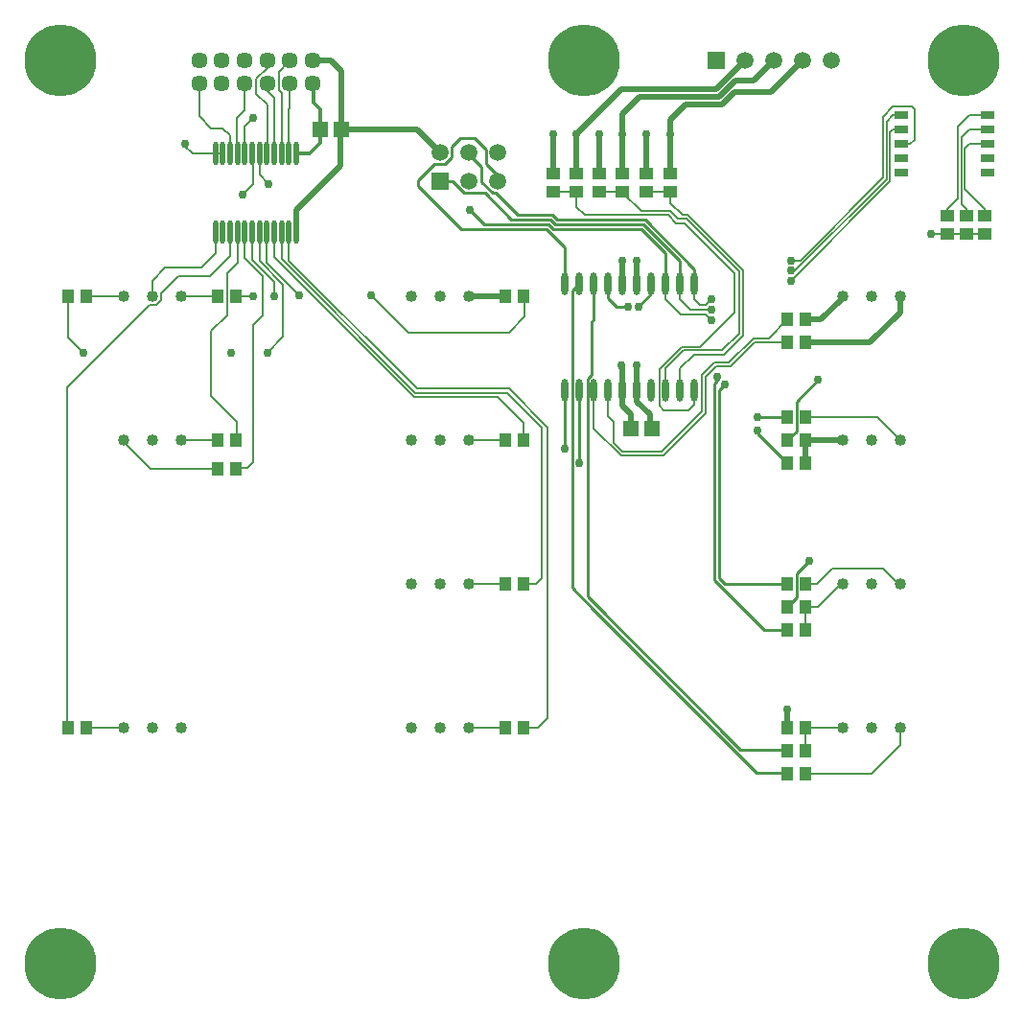
<source format=gtl>
%FSLAX25Y25*%
%MOIN*%
G70*
G01*
G75*
G04 Layer_Physical_Order=1*
G04 Layer_Color=255*
%ADD10R,0.05118X0.03937*%
%ADD11R,0.03937X0.05118*%
%ADD12R,0.05512X0.05512*%
%ADD13R,0.05000X0.02992*%
%ADD14O,0.02362X0.07874*%
%ADD15O,0.01772X0.08268*%
%ADD16C,0.00800*%
%ADD17C,0.01000*%
%ADD18C,0.02000*%
%ADD19C,0.00600*%
%ADD20C,0.02500*%
%ADD21C,0.01200*%
%ADD22C,0.25000*%
%ADD23C,0.05906*%
%ADD24R,0.05906X0.05906*%
%ADD25C,0.05700*%
%ADD26C,0.04000*%
%ADD27C,0.03000*%
D10*
X413500Y592650D02*
D03*
Y586350D02*
D03*
X405500Y586350D02*
D03*
Y592650D02*
D03*
X389500Y586350D02*
D03*
Y592650D02*
D03*
X397500Y592650D02*
D03*
Y586350D02*
D03*
X430000Y592650D02*
D03*
Y586350D02*
D03*
X421833Y586350D02*
D03*
Y592650D02*
D03*
X526500Y578150D02*
D03*
Y571850D02*
D03*
X533000Y578150D02*
D03*
Y571850D02*
D03*
X539500Y578150D02*
D03*
Y571850D02*
D03*
D11*
X220850Y550000D02*
D03*
X227150D02*
D03*
X279150D02*
D03*
X272850D02*
D03*
X279150Y490000D02*
D03*
X272850D02*
D03*
X279150Y500000D02*
D03*
X272850D02*
D03*
X379150Y400000D02*
D03*
X372850D02*
D03*
X379150Y450000D02*
D03*
X372850D02*
D03*
X470850Y500000D02*
D03*
X477150D02*
D03*
X379150D02*
D03*
X372850D02*
D03*
X379150Y550000D02*
D03*
X372850D02*
D03*
X220850Y400000D02*
D03*
X227150D02*
D03*
X470850D02*
D03*
X477150D02*
D03*
Y392000D02*
D03*
X470850D02*
D03*
X477150Y508000D02*
D03*
X470850D02*
D03*
X477150Y492000D02*
D03*
X470850D02*
D03*
X477150Y534000D02*
D03*
X470850D02*
D03*
X477150Y542000D02*
D03*
X470850D02*
D03*
X477150Y434000D02*
D03*
X470850D02*
D03*
X477150Y450000D02*
D03*
X470850D02*
D03*
Y442000D02*
D03*
X477150D02*
D03*
Y384000D02*
D03*
X470850D02*
D03*
D12*
X308457Y608000D02*
D03*
X315543D02*
D03*
X416457Y504000D02*
D03*
X423543D02*
D03*
D13*
X510500Y613000D02*
D03*
Y608000D02*
D03*
Y603000D02*
D03*
Y598000D02*
D03*
Y593000D02*
D03*
X540500D02*
D03*
Y598000D02*
D03*
Y603000D02*
D03*
Y608000D02*
D03*
Y613000D02*
D03*
D14*
X423500Y554504D02*
D03*
X418500D02*
D03*
X413500D02*
D03*
X408500D02*
D03*
X403500D02*
D03*
X398500D02*
D03*
X393500D02*
D03*
X438500Y517496D02*
D03*
X433500D02*
D03*
X428500D02*
D03*
X423500D02*
D03*
X418500D02*
D03*
X413500D02*
D03*
X408500D02*
D03*
X403500D02*
D03*
X398500D02*
D03*
X393500D02*
D03*
X438500Y554504D02*
D03*
X433500D02*
D03*
X428500D02*
D03*
D15*
X271925Y572417D02*
D03*
X274484D02*
D03*
X277043D02*
D03*
X279602D02*
D03*
X282161D02*
D03*
X284720D02*
D03*
X287280D02*
D03*
X289839D02*
D03*
X292398D02*
D03*
X294957D02*
D03*
X297516D02*
D03*
X300075D02*
D03*
X271925Y599583D02*
D03*
X274484D02*
D03*
X277043D02*
D03*
X279602D02*
D03*
X282161D02*
D03*
X284720D02*
D03*
X287280D02*
D03*
X289839D02*
D03*
X292398D02*
D03*
X294957D02*
D03*
X297516D02*
D03*
X300075D02*
D03*
D16*
X360000Y400000D02*
X372850D01*
X360000Y450000D02*
X372850D01*
X360000Y500000D02*
X372850D01*
X379150Y400000D02*
X384000D01*
X379000D02*
X379150D01*
X384000D02*
X387500Y403500D01*
Y504500D01*
X374000Y518000D02*
X387500Y504500D01*
X385500Y452000D02*
Y504500D01*
X373500Y516500D02*
X385500Y504500D01*
X379000Y500500D02*
Y506000D01*
X370000Y515000D02*
X379000Y506000D01*
X342000Y518000D02*
X374000D01*
X403500Y504020D02*
Y517496D01*
X341500Y516500D02*
X373500D01*
X341000Y515000D02*
X370000D01*
X294957Y563043D02*
X341500Y516500D01*
X292398Y563602D02*
X341000Y515000D01*
X297516Y562484D02*
X342000Y518000D01*
X297516Y562484D02*
Y572417D01*
X294957Y563043D02*
Y572417D01*
X292398Y563602D02*
Y572417D01*
X379500Y450000D02*
X383500D01*
X385500Y452000D01*
X339000Y537500D02*
X374000D01*
X326000Y550500D02*
X339000Y537500D01*
X427580Y494600D02*
X442500Y509520D01*
X412920Y494600D02*
X427580D01*
X403500Y504020D02*
X412920Y494600D01*
X408500Y508500D02*
Y517496D01*
Y508500D02*
X410500Y506500D01*
Y499000D02*
Y506500D01*
Y499000D02*
X413500Y496000D01*
X427000D01*
X441100Y510100D01*
X379500Y543000D02*
Y550000D01*
X374000Y537500D02*
X379500Y543000D01*
X289839Y561661D02*
X301000Y550500D01*
X282161Y563399D02*
Y572417D01*
X284720Y562820D02*
Y572417D01*
X287280Y562241D02*
Y572417D01*
Y562241D02*
X295500Y554020D01*
X284720Y562820D02*
X292500Y555040D01*
X282161Y563399D02*
X288500Y557060D01*
Y543500D02*
Y557060D01*
X292500Y550000D02*
Y555040D01*
X295500Y536000D02*
Y554020D01*
X289839Y561661D02*
Y572417D01*
X260200Y550000D02*
X272850D01*
X227150Y400000D02*
X240000D01*
X504000Y455500D02*
X509500Y450000D01*
X486500Y455500D02*
X504000D01*
X481000Y450000D02*
X486500Y455500D01*
X260000Y550000D02*
X260200D01*
X227150D02*
X240000D01*
X250000Y550500D02*
Y555500D01*
X254500Y560000D01*
X267000D01*
X271925Y564925D01*
X260000Y500000D02*
X272850D01*
X240000Y499500D02*
X240500D01*
X477150Y508000D02*
X502000D01*
X510000Y500000D01*
X477150Y450000D02*
X481000D01*
X481500Y442000D02*
X489500Y450000D01*
X477150Y442000D02*
X481500D01*
X477000Y434150D02*
Y442000D01*
X477150Y400000D02*
X490000D01*
X477150Y384000D02*
X500000D01*
X510000Y394000D01*
Y400000D01*
X433500Y517496D02*
Y525000D01*
X428500Y517496D02*
Y525000D01*
X405500Y586350D02*
Y586500D01*
X428350Y586350D02*
X429000Y587000D01*
X430000Y586350D02*
Y587000D01*
X405500Y586350D02*
X413850D01*
X397500D02*
Y586500D01*
X389500Y586350D02*
X397500D01*
X397650D01*
X397500Y581000D02*
Y586350D01*
X455300Y536340D02*
Y559160D01*
X448760Y529800D02*
X455300Y536340D01*
X438300Y529800D02*
X448760D01*
X433500Y525000D02*
X438300Y529800D01*
X428500Y525000D02*
X434700Y531200D01*
X446000Y525600D02*
X451100D01*
X442500Y522100D02*
X446000Y525600D01*
X441100Y522680D02*
X445420Y527000D01*
X459500Y534000D02*
X470850D01*
X451100Y525600D02*
X459500Y534000D01*
X442500Y509520D02*
Y522100D01*
X450520Y527000D02*
X458920Y535400D01*
X445420Y527000D02*
X450520D01*
X441100Y510100D02*
Y522680D01*
X436160Y578300D02*
X455300Y559160D01*
X397500Y581000D02*
X400300Y578200D01*
X477000Y434150D02*
X477150Y434000D01*
Y392000D02*
Y399150D01*
X477500Y399500D01*
X458920Y535400D02*
X464250D01*
X470850Y542000D01*
X430000Y582500D02*
Y586350D01*
X434200Y578300D02*
X436160D01*
X430000Y582500D02*
X434200Y578300D01*
X421833Y586350D02*
X428350D01*
X432121Y575500D02*
X435000D01*
X452500Y558000D01*
X432701Y576900D02*
X435580D01*
X453900Y558580D01*
Y536920D02*
Y558580D01*
X448180Y531200D02*
X453900Y536920D01*
X434700Y531200D02*
X448180D01*
X271925Y564925D02*
Y572417D01*
X259000Y557000D02*
X270087D01*
X240000Y499500D02*
X249500Y490000D01*
X272850D01*
X253000Y551000D02*
X259000Y557000D01*
X253000Y548757D02*
Y551000D01*
X251243Y547000D02*
X253000Y548757D01*
X220500Y398500D02*
Y405500D01*
X277043Y563957D02*
Y572417D01*
X270087Y557000D02*
X277043Y563957D01*
X279602Y561602D02*
Y572417D01*
X276000Y558000D02*
X279602Y561602D01*
X276000Y543500D02*
Y558000D01*
X270500Y538000D02*
X276000Y543500D01*
X270500Y515500D02*
Y538000D01*
Y515500D02*
X279500Y506500D01*
Y500000D02*
Y506500D01*
X283000Y490500D02*
X285000Y492500D01*
X279000Y490500D02*
X283000D01*
X285000Y492500D02*
Y540000D01*
X288500Y543500D01*
X279000Y550000D02*
Y550500D01*
Y550000D02*
X279150D01*
X285000D01*
X290000Y530500D02*
X295500Y536000D01*
X249000Y547000D02*
X251243D01*
X220500Y405500D02*
Y518500D01*
X249000Y547000D01*
X220850Y535650D02*
Y550000D01*
Y535650D02*
X226000Y530500D01*
X430001Y579600D02*
X432701Y576900D01*
X429421Y578200D02*
X432121Y575500D01*
X413500Y586000D02*
X419900Y579600D01*
X430001D01*
X400300Y578200D02*
X429421D01*
X444100Y536100D02*
X452500Y544500D01*
Y558000D01*
D17*
X393500Y497500D02*
Y517496D01*
X396000Y498177D02*
Y552004D01*
X398500Y492500D02*
Y517496D01*
X401219Y445756D02*
Y521197D01*
X402555Y522533D02*
Y541055D01*
X401219Y521197D02*
X402555Y522533D01*
X393000Y497000D02*
X393500Y497500D01*
X395900Y448600D02*
Y493077D01*
X445400Y451337D02*
X462737Y434000D01*
X445400Y451337D02*
Y519577D01*
X474081Y445231D02*
Y453581D01*
X447000Y452000D02*
Y517500D01*
Y452000D02*
X449000Y450000D01*
X474081Y453581D02*
X478500Y458000D01*
X403500Y441000D02*
X460000Y384500D01*
X401219Y445756D02*
X454474Y392500D01*
X259600Y550600D02*
X260200Y550000D01*
X474000Y513500D02*
X481500Y521000D01*
X474000Y503150D02*
Y513500D01*
X470850Y500000D02*
X474000Y503150D01*
X470850Y442000D02*
X474081Y445231D01*
X449000Y450000D02*
X470850D01*
X462737Y434000D02*
X470850D01*
X454474Y392500D02*
X471000D01*
X408500Y549500D02*
Y554000D01*
X414000Y546500D02*
X415500D01*
X423500Y550900D02*
Y554000D01*
X419100Y546500D02*
X423500Y550900D01*
X460500Y508000D02*
X470850D01*
X396100Y493277D02*
Y498077D01*
X403300Y441200D02*
X403500Y441000D01*
X395900Y448600D02*
X403500Y441000D01*
X395900Y493077D02*
X396100Y493277D01*
X396000Y552004D02*
X398500Y554504D01*
X460500Y502350D02*
Y503500D01*
X393000Y517000D02*
X393002Y516998D01*
X398000Y517000D02*
X398002Y516998D01*
X460000Y384500D02*
X470500D01*
X446454Y520631D02*
Y522046D01*
X445400Y519577D02*
X446454Y520631D01*
X447000Y517500D02*
X449000Y519500D01*
X396000Y498177D02*
X396100Y498077D01*
X402555Y541055D02*
X403500Y542000D01*
Y554500D01*
X387000Y573500D02*
X393500Y567000D01*
X357500Y573500D02*
X387000D01*
X393500Y554504D02*
Y567000D01*
X342500Y588500D02*
X357500Y573500D01*
X365947Y595947D02*
Y601053D01*
Y595947D02*
X370000Y591894D01*
Y589500D02*
Y590000D01*
Y591894D01*
X460500Y502350D02*
X470850Y492000D01*
X342500Y588500D02*
Y590500D01*
X348134Y596134D01*
X348321Y595947D01*
X351679D01*
X362000Y605000D02*
X365947Y601053D01*
X357000Y605000D02*
X362000D01*
X351679Y595947D02*
X354053Y598321D01*
Y601679D01*
X353866Y601866D02*
X354053Y601679D01*
X353866Y601866D02*
X357000Y605000D01*
X408500Y549500D02*
X411500Y546500D01*
X415500D01*
X365400Y575100D02*
X387663D01*
X360500Y580000D02*
X365400Y575100D01*
X389263Y573500D02*
X419975D01*
X387663Y575100D02*
X389263Y573500D01*
X428500Y554504D02*
Y564974D01*
X419975Y573500D02*
X428500Y564974D01*
X374800Y576700D02*
X388326D01*
X365553Y585947D02*
X374800Y576700D01*
X389926Y575100D02*
X420637D01*
X388326Y576700D02*
X389926Y575100D01*
X350000Y590000D02*
X354269D01*
X358321Y585947D02*
X365553D01*
X354269Y590000D02*
X358321Y585947D01*
X433500Y554504D02*
Y562237D01*
X420637Y575100D02*
X433500Y562237D01*
X377000Y578300D02*
X388988D01*
X369353Y585947D02*
X377000Y578300D01*
X390588Y576700D02*
X421300D01*
X388988Y578300D02*
X390588Y576700D01*
X364500Y589769D02*
Y595000D01*
X368321Y585947D02*
X369353D01*
X360000Y599500D02*
X364500Y595000D01*
Y589769D02*
X368321Y585947D01*
X438500Y554504D02*
Y559500D01*
X421300Y576700D02*
X438500Y559500D01*
D18*
X470850Y400000D02*
Y406350D01*
X418500Y554504D02*
Y562500D01*
X413500Y554504D02*
Y562500D01*
X416500Y504000D02*
Y509000D01*
X413500Y512000D02*
X416500Y509000D01*
X413500Y512000D02*
Y517496D01*
X423000Y504000D02*
Y509000D01*
X418500Y513500D02*
X423000Y509000D01*
X418500Y513500D02*
Y517496D01*
Y526000D01*
X413000D02*
X413500D01*
X397500Y592650D02*
Y606000D01*
X389500Y592650D02*
Y606000D01*
X405500Y592650D02*
Y606000D01*
X477150Y500000D02*
X489500D01*
X477150Y492000D02*
Y498350D01*
X510000Y544500D02*
Y549500D01*
X499500Y534000D02*
X510000Y544500D01*
X477150Y534000D02*
X499500D01*
X413500Y606500D02*
Y613500D01*
X465000Y621000D02*
X476000Y632000D01*
X459000Y625000D02*
X466000Y632000D01*
X452677Y625000D02*
X459000D01*
X452354Y621000D02*
X465000D01*
X397500Y606333D02*
X413167Y622000D01*
X448154Y616800D02*
X452354Y621000D01*
X413500Y613500D02*
X419400Y619400D01*
X435300Y616800D02*
X448154D01*
X413167Y622000D02*
X446000D01*
X456000Y632000D01*
X419400Y619400D02*
X447077D01*
X452677Y625000D01*
X430000Y592650D02*
Y606000D01*
X421833Y592650D02*
Y606167D01*
X413500Y592650D02*
Y606000D01*
X430000Y606500D02*
Y611500D01*
X435300Y616800D01*
X312000Y632000D02*
X315543Y628457D01*
X305622Y632000D02*
X305685Y631937D01*
X305500Y632000D02*
X305622D01*
X307000D02*
X312000D01*
X315543Y608000D02*
X342000D01*
X350000Y600000D01*
X300075Y572417D02*
Y580075D01*
X315500Y595500D01*
Y608500D01*
X315543Y608000D02*
Y628457D01*
X360000Y550000D02*
X372850D01*
X413500Y517496D02*
Y526000D01*
X477150Y542000D02*
X482500D01*
X490000Y549500D01*
D19*
X292500Y602000D02*
Y618950D01*
X285000Y589000D02*
Y599500D01*
X281500Y585500D02*
X285000Y589000D01*
X287280Y592220D02*
X290500Y589000D01*
X287280Y592220D02*
Y599583D01*
X284500Y599362D02*
X284720Y599583D01*
X279500Y612000D02*
X282063Y614563D01*
Y624063D01*
X289937Y600563D02*
Y616563D01*
X297500Y602500D02*
Y615000D01*
X289937Y600563D02*
X290000Y600500D01*
X297811Y615311D02*
Y624063D01*
X297500Y615000D02*
X297811Y615311D01*
X294061Y621571D02*
X295000Y620632D01*
X294061Y628187D02*
X297811Y631937D01*
X294061Y621571D02*
Y628187D01*
X295000Y602000D02*
Y620632D01*
X289937Y629366D02*
Y631937D01*
Y621513D02*
Y624063D01*
Y621513D02*
X292500Y618950D01*
X286187Y620313D02*
X289937Y616563D01*
X286187Y620313D02*
Y625616D01*
X289937Y629366D01*
X266315Y612685D02*
Y624063D01*
X272083Y599583D02*
X274484D01*
X261000Y602500D02*
X263917Y599583D01*
X261000Y602500D02*
X261500Y603000D01*
X266315Y612685D02*
X270500Y608500D01*
X282161Y599583D02*
Y609161D01*
X285000Y612000D01*
X279500Y600500D02*
Y612000D01*
X270500Y608500D02*
X274500D01*
X277000Y606000D01*
Y601000D02*
Y606000D01*
X263917Y599583D02*
X271925D01*
X440500Y532500D02*
X444100Y536100D01*
X434162Y532500D02*
X440500D01*
X426419Y524757D02*
X434162Y532500D01*
X426419Y511919D02*
Y524757D01*
Y511919D02*
X427838Y510500D01*
X436500D01*
X438500Y512500D01*
Y517496D01*
Y517500D01*
X437100Y545400D02*
X444500D01*
X442500Y543800D02*
X444500Y541800D01*
X440500Y547000D02*
X442500D01*
X444500Y549000D01*
X428500D02*
X433700Y543800D01*
X428500Y549000D02*
Y554504D01*
X433700Y543800D02*
X442500D01*
X433500Y549000D02*
X437100Y545400D01*
X433500Y549000D02*
Y554504D01*
X438500Y549000D02*
X440500Y547000D01*
X438500Y549000D02*
Y554504D01*
X472000Y558900D02*
X473400D01*
X505200Y590700D01*
Y610700D01*
X472000Y562500D02*
X475303D01*
X504000Y591197D01*
X472000Y555300D02*
Y555506D01*
X506400Y589906D01*
Y606900D01*
X507500Y608000D01*
X510500D01*
X505200Y610700D02*
X507500Y613000D01*
X510500D01*
X504000Y591197D02*
Y612500D01*
X507500Y616000D01*
X514000D01*
X515000Y615000D01*
Y604500D02*
Y615000D01*
X513500Y603000D02*
X515000Y604500D01*
X511000Y603000D02*
X513500D01*
X520850Y571850D02*
X526500D01*
X533000D01*
X539500D01*
X534000Y608000D02*
X540500D01*
X534000Y603000D02*
X540500D01*
X534000Y613000D02*
X540500D01*
X532500Y601500D02*
X534000Y603000D01*
X532500Y587418D02*
Y601500D01*
X531300Y605300D02*
X534000Y608000D01*
X531300Y582118D02*
Y605300D01*
X530100Y609100D02*
X534000Y613000D01*
X530100Y584018D02*
Y609100D01*
X532500Y587418D02*
X539500Y580418D01*
Y578150D02*
Y580418D01*
X531300Y582118D02*
X533000Y580418D01*
Y578150D02*
Y580418D01*
X526500D02*
X530100Y584018D01*
X526500Y578150D02*
Y580418D01*
D20*
X305685Y624063D02*
X305700D01*
D21*
X306000Y617500D02*
Y624000D01*
Y617500D02*
X308500Y615000D01*
X300075Y599583D02*
X304583D01*
X308500Y603500D01*
Y615000D01*
D22*
X400000Y318000D02*
D03*
X532000D02*
D03*
Y632000D02*
D03*
X400000D02*
D03*
X218000D02*
D03*
Y318000D02*
D03*
D23*
X370000Y600000D02*
D03*
Y590000D02*
D03*
X360000Y600000D02*
D03*
Y590000D02*
D03*
X350000Y600000D02*
D03*
X456000Y632000D02*
D03*
X466000D02*
D03*
X476000D02*
D03*
X486000D02*
D03*
D24*
X350000Y590000D02*
D03*
X446000Y632000D02*
D03*
D25*
X274189Y624063D02*
D03*
X266315D02*
D03*
X305685D02*
D03*
Y631937D02*
D03*
X297811Y624063D02*
D03*
Y631937D02*
D03*
X289937Y624063D02*
D03*
Y631937D02*
D03*
X282063Y624063D02*
D03*
X274189Y631937D02*
D03*
X282063D02*
D03*
X266315D02*
D03*
D26*
X250000Y550000D02*
D03*
X240000D02*
D03*
X260000D02*
D03*
X250000Y500000D02*
D03*
X240000D02*
D03*
X260000D02*
D03*
X350000Y400000D02*
D03*
X340000D02*
D03*
X360000D02*
D03*
X350000Y450000D02*
D03*
X340000D02*
D03*
X360000D02*
D03*
X500000Y550000D02*
D03*
X490000D02*
D03*
X510000D02*
D03*
X350000Y500000D02*
D03*
X340000D02*
D03*
X360000D02*
D03*
X500000D02*
D03*
X490000D02*
D03*
X510000D02*
D03*
X350000Y550000D02*
D03*
X340000D02*
D03*
X360000D02*
D03*
X500000Y450000D02*
D03*
X490000D02*
D03*
X510000D02*
D03*
X250000Y400000D02*
D03*
X240000D02*
D03*
X260000D02*
D03*
X500000D02*
D03*
X490000D02*
D03*
X510000D02*
D03*
D27*
X326000Y550500D02*
D03*
X301000D02*
D03*
X481500Y521000D02*
D03*
X478500Y458000D02*
D03*
X470850Y406350D02*
D03*
X418500Y562500D02*
D03*
X413500D02*
D03*
X419100Y546500D02*
D03*
X415500D02*
D03*
X413000Y526000D02*
D03*
X418500D02*
D03*
X460500Y503500D02*
D03*
X393500Y497000D02*
D03*
X460500Y508000D02*
D03*
X413500Y606333D02*
D03*
X397500D02*
D03*
X430000D02*
D03*
X389500D02*
D03*
X225900Y530400D02*
D03*
X277500D02*
D03*
X281500Y585500D02*
D03*
X290500Y589000D02*
D03*
X285000Y612000D02*
D03*
X261500Y603000D02*
D03*
X398500Y492000D02*
D03*
X449000Y519500D02*
D03*
X446454Y522046D02*
D03*
X405500Y606333D02*
D03*
X421833D02*
D03*
X292500Y550000D02*
D03*
X285000D02*
D03*
X290000Y530500D02*
D03*
X444500Y545400D02*
D03*
Y541800D02*
D03*
Y549000D02*
D03*
X472000Y558900D02*
D03*
Y555300D02*
D03*
Y562500D02*
D03*
X360500Y580000D02*
D03*
X520850Y571850D02*
D03*
M02*

</source>
